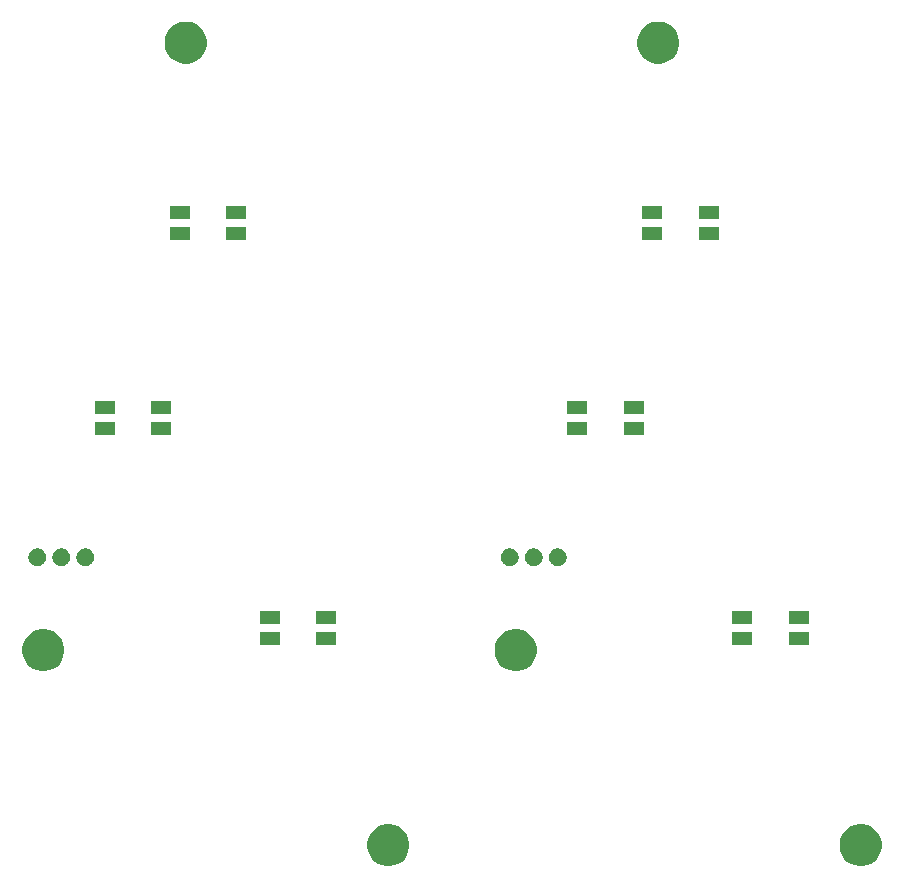
<source format=gbs>
G04 #@! TF.GenerationSoftware,KiCad,Pcbnew,5.0.2-bee76a0~70~ubuntu18.04.1*
G04 #@! TF.CreationDate,2019-06-15T01:55:41+09:00*
G04 #@! TF.ProjectId,shield,73686965-6c64-42e6-9b69-6361645f7063,rev?*
G04 #@! TF.SameCoordinates,Original*
G04 #@! TF.FileFunction,Soldermask,Bot*
G04 #@! TF.FilePolarity,Negative*
%FSLAX46Y46*%
G04 Gerber Fmt 4.6, Leading zero omitted, Abs format (unit mm)*
G04 Created by KiCad (PCBNEW 5.0.2-bee76a0~70~ubuntu18.04.1) date 2019年06月15日 01時55分41秒*
%MOMM*%
%LPD*%
G01*
G04 APERTURE LIST*
%ADD10C,0.100000*%
G04 APERTURE END LIST*
D10*
G36*
X133884170Y-90328364D02*
X134209200Y-90462996D01*
X134501725Y-90658455D01*
X134750488Y-90907218D01*
X134945947Y-91199743D01*
X135080579Y-91524773D01*
X135149213Y-91869823D01*
X135149213Y-92221637D01*
X135080579Y-92566687D01*
X134945947Y-92891717D01*
X134750488Y-93184242D01*
X134501725Y-93433005D01*
X134209200Y-93628464D01*
X133884170Y-93763096D01*
X133539120Y-93831730D01*
X133187306Y-93831730D01*
X132842256Y-93763096D01*
X132517226Y-93628464D01*
X132224701Y-93433005D01*
X131975938Y-93184242D01*
X131780479Y-92891717D01*
X131645847Y-92566687D01*
X131577213Y-92221637D01*
X131577213Y-91869823D01*
X131645847Y-91524773D01*
X131780479Y-91199743D01*
X131975938Y-90907218D01*
X132224701Y-90658455D01*
X132517226Y-90462996D01*
X132842256Y-90328364D01*
X133187306Y-90259730D01*
X133539120Y-90259730D01*
X133884170Y-90328364D01*
X133884170Y-90328364D01*
G37*
G36*
X93879170Y-90328364D02*
X94204200Y-90462996D01*
X94496725Y-90658455D01*
X94745488Y-90907218D01*
X94940947Y-91199743D01*
X95075579Y-91524773D01*
X95144213Y-91869823D01*
X95144213Y-92221637D01*
X95075579Y-92566687D01*
X94940947Y-92891717D01*
X94745488Y-93184242D01*
X94496725Y-93433005D01*
X94204200Y-93628464D01*
X93879170Y-93763096D01*
X93534120Y-93831730D01*
X93182306Y-93831730D01*
X92837256Y-93763096D01*
X92512226Y-93628464D01*
X92219701Y-93433005D01*
X91970938Y-93184242D01*
X91775479Y-92891717D01*
X91640847Y-92566687D01*
X91572213Y-92221637D01*
X91572213Y-91869823D01*
X91640847Y-91524773D01*
X91775479Y-91199743D01*
X91970938Y-90907218D01*
X92219701Y-90658455D01*
X92512226Y-90462996D01*
X92837256Y-90328364D01*
X93182306Y-90259730D01*
X93534120Y-90259730D01*
X93879170Y-90328364D01*
X93879170Y-90328364D01*
G37*
G36*
X64669170Y-73818364D02*
X64994200Y-73952996D01*
X65286725Y-74148455D01*
X65535488Y-74397218D01*
X65730947Y-74689743D01*
X65865579Y-75014773D01*
X65934213Y-75359823D01*
X65934213Y-75711637D01*
X65865579Y-76056687D01*
X65730947Y-76381717D01*
X65535488Y-76674242D01*
X65286725Y-76923005D01*
X64994200Y-77118464D01*
X64669170Y-77253096D01*
X64324120Y-77321730D01*
X63972306Y-77321730D01*
X63627256Y-77253096D01*
X63302226Y-77118464D01*
X63009701Y-76923005D01*
X62760938Y-76674242D01*
X62565479Y-76381717D01*
X62430847Y-76056687D01*
X62362213Y-75711637D01*
X62362213Y-75359823D01*
X62430847Y-75014773D01*
X62565479Y-74689743D01*
X62760938Y-74397218D01*
X63009701Y-74148455D01*
X63302226Y-73952996D01*
X63627256Y-73818364D01*
X63972306Y-73749730D01*
X64324120Y-73749730D01*
X64669170Y-73818364D01*
X64669170Y-73818364D01*
G37*
G36*
X104674170Y-73818364D02*
X104999200Y-73952996D01*
X105291725Y-74148455D01*
X105540488Y-74397218D01*
X105735947Y-74689743D01*
X105870579Y-75014773D01*
X105939213Y-75359823D01*
X105939213Y-75711637D01*
X105870579Y-76056687D01*
X105735947Y-76381717D01*
X105540488Y-76674242D01*
X105291725Y-76923005D01*
X104999200Y-77118464D01*
X104674170Y-77253096D01*
X104329120Y-77321730D01*
X103977306Y-77321730D01*
X103632256Y-77253096D01*
X103307226Y-77118464D01*
X103014701Y-76923005D01*
X102765938Y-76674242D01*
X102570479Y-76381717D01*
X102435847Y-76056687D01*
X102367213Y-75711637D01*
X102367213Y-75359823D01*
X102435847Y-75014773D01*
X102570479Y-74689743D01*
X102765938Y-74397218D01*
X103014701Y-74148455D01*
X103307226Y-73952996D01*
X103632256Y-73818364D01*
X103977306Y-73749730D01*
X104329120Y-73749730D01*
X104674170Y-73818364D01*
X104674170Y-73818364D01*
G37*
G36*
X128981000Y-75086000D02*
X127279000Y-75086000D01*
X127279000Y-73984000D01*
X128981000Y-73984000D01*
X128981000Y-75086000D01*
X128981000Y-75086000D01*
G37*
G36*
X124181000Y-75086000D02*
X122479000Y-75086000D01*
X122479000Y-73984000D01*
X124181000Y-73984000D01*
X124181000Y-75086000D01*
X124181000Y-75086000D01*
G37*
G36*
X84176000Y-75086000D02*
X82474000Y-75086000D01*
X82474000Y-73984000D01*
X84176000Y-73984000D01*
X84176000Y-75086000D01*
X84176000Y-75086000D01*
G37*
G36*
X88976000Y-75086000D02*
X87274000Y-75086000D01*
X87274000Y-73984000D01*
X88976000Y-73984000D01*
X88976000Y-75086000D01*
X88976000Y-75086000D01*
G37*
G36*
X88976000Y-73336000D02*
X87274000Y-73336000D01*
X87274000Y-72234000D01*
X88976000Y-72234000D01*
X88976000Y-73336000D01*
X88976000Y-73336000D01*
G37*
G36*
X124181000Y-73336000D02*
X122479000Y-73336000D01*
X122479000Y-72234000D01*
X124181000Y-72234000D01*
X124181000Y-73336000D01*
X124181000Y-73336000D01*
G37*
G36*
X84176000Y-73336000D02*
X82474000Y-73336000D01*
X82474000Y-72234000D01*
X84176000Y-72234000D01*
X84176000Y-73336000D01*
X84176000Y-73336000D01*
G37*
G36*
X128981000Y-73336000D02*
X127279000Y-73336000D01*
X127279000Y-72234000D01*
X128981000Y-72234000D01*
X128981000Y-73336000D01*
X128981000Y-73336000D01*
G37*
G36*
X103863834Y-66941032D02*
X104000235Y-66997531D01*
X104122992Y-67079555D01*
X104227388Y-67183951D01*
X104309412Y-67306708D01*
X104365911Y-67443109D01*
X104394713Y-67587911D01*
X104394713Y-67735549D01*
X104365911Y-67880351D01*
X104309412Y-68016752D01*
X104227388Y-68139509D01*
X104122992Y-68243905D01*
X104000235Y-68325929D01*
X103863834Y-68382428D01*
X103719032Y-68411230D01*
X103571394Y-68411230D01*
X103426592Y-68382428D01*
X103290191Y-68325929D01*
X103167434Y-68243905D01*
X103063038Y-68139509D01*
X102981014Y-68016752D01*
X102924515Y-67880351D01*
X102895713Y-67735549D01*
X102895713Y-67587911D01*
X102924515Y-67443109D01*
X102981014Y-67306708D01*
X103063038Y-67183951D01*
X103167434Y-67079555D01*
X103290191Y-66997531D01*
X103426592Y-66941032D01*
X103571394Y-66912230D01*
X103719032Y-66912230D01*
X103863834Y-66941032D01*
X103863834Y-66941032D01*
G37*
G36*
X63858834Y-66941032D02*
X63995235Y-66997531D01*
X64117992Y-67079555D01*
X64222388Y-67183951D01*
X64304412Y-67306708D01*
X64360911Y-67443109D01*
X64389713Y-67587911D01*
X64389713Y-67735549D01*
X64360911Y-67880351D01*
X64304412Y-68016752D01*
X64222388Y-68139509D01*
X64117992Y-68243905D01*
X63995235Y-68325929D01*
X63858834Y-68382428D01*
X63714032Y-68411230D01*
X63566394Y-68411230D01*
X63421592Y-68382428D01*
X63285191Y-68325929D01*
X63162434Y-68243905D01*
X63058038Y-68139509D01*
X62976014Y-68016752D01*
X62919515Y-67880351D01*
X62890713Y-67735549D01*
X62890713Y-67587911D01*
X62919515Y-67443109D01*
X62976014Y-67306708D01*
X63058038Y-67183951D01*
X63162434Y-67079555D01*
X63285191Y-66997531D01*
X63421592Y-66941032D01*
X63566394Y-66912230D01*
X63714032Y-66912230D01*
X63858834Y-66941032D01*
X63858834Y-66941032D01*
G37*
G36*
X67922834Y-66941032D02*
X68059235Y-66997531D01*
X68181992Y-67079555D01*
X68286388Y-67183951D01*
X68368412Y-67306708D01*
X68424911Y-67443109D01*
X68453713Y-67587911D01*
X68453713Y-67735549D01*
X68424911Y-67880351D01*
X68368412Y-68016752D01*
X68286388Y-68139509D01*
X68181992Y-68243905D01*
X68059235Y-68325929D01*
X67922834Y-68382428D01*
X67778032Y-68411230D01*
X67630394Y-68411230D01*
X67485592Y-68382428D01*
X67349191Y-68325929D01*
X67226434Y-68243905D01*
X67122038Y-68139509D01*
X67040014Y-68016752D01*
X66983515Y-67880351D01*
X66954713Y-67735549D01*
X66954713Y-67587911D01*
X66983515Y-67443109D01*
X67040014Y-67306708D01*
X67122038Y-67183951D01*
X67226434Y-67079555D01*
X67349191Y-66997531D01*
X67485592Y-66941032D01*
X67630394Y-66912230D01*
X67778032Y-66912230D01*
X67922834Y-66941032D01*
X67922834Y-66941032D01*
G37*
G36*
X65890834Y-66941032D02*
X66027235Y-66997531D01*
X66149992Y-67079555D01*
X66254388Y-67183951D01*
X66336412Y-67306708D01*
X66392911Y-67443109D01*
X66421713Y-67587911D01*
X66421713Y-67735549D01*
X66392911Y-67880351D01*
X66336412Y-68016752D01*
X66254388Y-68139509D01*
X66149992Y-68243905D01*
X66027235Y-68325929D01*
X65890834Y-68382428D01*
X65746032Y-68411230D01*
X65598394Y-68411230D01*
X65453592Y-68382428D01*
X65317191Y-68325929D01*
X65194434Y-68243905D01*
X65090038Y-68139509D01*
X65008014Y-68016752D01*
X64951515Y-67880351D01*
X64922713Y-67735549D01*
X64922713Y-67587911D01*
X64951515Y-67443109D01*
X65008014Y-67306708D01*
X65090038Y-67183951D01*
X65194434Y-67079555D01*
X65317191Y-66997531D01*
X65453592Y-66941032D01*
X65598394Y-66912230D01*
X65746032Y-66912230D01*
X65890834Y-66941032D01*
X65890834Y-66941032D01*
G37*
G36*
X105895834Y-66941032D02*
X106032235Y-66997531D01*
X106154992Y-67079555D01*
X106259388Y-67183951D01*
X106341412Y-67306708D01*
X106397911Y-67443109D01*
X106426713Y-67587911D01*
X106426713Y-67735549D01*
X106397911Y-67880351D01*
X106341412Y-68016752D01*
X106259388Y-68139509D01*
X106154992Y-68243905D01*
X106032235Y-68325929D01*
X105895834Y-68382428D01*
X105751032Y-68411230D01*
X105603394Y-68411230D01*
X105458592Y-68382428D01*
X105322191Y-68325929D01*
X105199434Y-68243905D01*
X105095038Y-68139509D01*
X105013014Y-68016752D01*
X104956515Y-67880351D01*
X104927713Y-67735549D01*
X104927713Y-67587911D01*
X104956515Y-67443109D01*
X105013014Y-67306708D01*
X105095038Y-67183951D01*
X105199434Y-67079555D01*
X105322191Y-66997531D01*
X105458592Y-66941032D01*
X105603394Y-66912230D01*
X105751032Y-66912230D01*
X105895834Y-66941032D01*
X105895834Y-66941032D01*
G37*
G36*
X107927834Y-66941032D02*
X108064235Y-66997531D01*
X108186992Y-67079555D01*
X108291388Y-67183951D01*
X108373412Y-67306708D01*
X108429911Y-67443109D01*
X108458713Y-67587911D01*
X108458713Y-67735549D01*
X108429911Y-67880351D01*
X108373412Y-68016752D01*
X108291388Y-68139509D01*
X108186992Y-68243905D01*
X108064235Y-68325929D01*
X107927834Y-68382428D01*
X107783032Y-68411230D01*
X107635394Y-68411230D01*
X107490592Y-68382428D01*
X107354191Y-68325929D01*
X107231434Y-68243905D01*
X107127038Y-68139509D01*
X107045014Y-68016752D01*
X106988515Y-67880351D01*
X106959713Y-67735549D01*
X106959713Y-67587911D01*
X106988515Y-67443109D01*
X107045014Y-67306708D01*
X107127038Y-67183951D01*
X107231434Y-67079555D01*
X107354191Y-66997531D01*
X107490592Y-66941032D01*
X107635394Y-66912230D01*
X107783032Y-66912230D01*
X107927834Y-66941032D01*
X107927834Y-66941032D01*
G37*
G36*
X75006000Y-57306000D02*
X73304000Y-57306000D01*
X73304000Y-56204000D01*
X75006000Y-56204000D01*
X75006000Y-57306000D01*
X75006000Y-57306000D01*
G37*
G36*
X115011000Y-57306000D02*
X113309000Y-57306000D01*
X113309000Y-56204000D01*
X115011000Y-56204000D01*
X115011000Y-57306000D01*
X115011000Y-57306000D01*
G37*
G36*
X70206000Y-57306000D02*
X68504000Y-57306000D01*
X68504000Y-56204000D01*
X70206000Y-56204000D01*
X70206000Y-57306000D01*
X70206000Y-57306000D01*
G37*
G36*
X110211000Y-57306000D02*
X108509000Y-57306000D01*
X108509000Y-56204000D01*
X110211000Y-56204000D01*
X110211000Y-57306000D01*
X110211000Y-57306000D01*
G37*
G36*
X75006000Y-55556000D02*
X73304000Y-55556000D01*
X73304000Y-54454000D01*
X75006000Y-54454000D01*
X75006000Y-55556000D01*
X75006000Y-55556000D01*
G37*
G36*
X115011000Y-55556000D02*
X113309000Y-55556000D01*
X113309000Y-54454000D01*
X115011000Y-54454000D01*
X115011000Y-55556000D01*
X115011000Y-55556000D01*
G37*
G36*
X110211000Y-55556000D02*
X108509000Y-55556000D01*
X108509000Y-54454000D01*
X110211000Y-54454000D01*
X110211000Y-55556000D01*
X110211000Y-55556000D01*
G37*
G36*
X70206000Y-55556000D02*
X68504000Y-55556000D01*
X68504000Y-54454000D01*
X70206000Y-54454000D01*
X70206000Y-55556000D01*
X70206000Y-55556000D01*
G37*
G36*
X121361000Y-40796000D02*
X119659000Y-40796000D01*
X119659000Y-39694000D01*
X121361000Y-39694000D01*
X121361000Y-40796000D01*
X121361000Y-40796000D01*
G37*
G36*
X116561000Y-40796000D02*
X114859000Y-40796000D01*
X114859000Y-39694000D01*
X116561000Y-39694000D01*
X116561000Y-40796000D01*
X116561000Y-40796000D01*
G37*
G36*
X81356000Y-40796000D02*
X79654000Y-40796000D01*
X79654000Y-39694000D01*
X81356000Y-39694000D01*
X81356000Y-40796000D01*
X81356000Y-40796000D01*
G37*
G36*
X76556000Y-40796000D02*
X74854000Y-40796000D01*
X74854000Y-39694000D01*
X76556000Y-39694000D01*
X76556000Y-40796000D01*
X76556000Y-40796000D01*
G37*
G36*
X76556000Y-39046000D02*
X74854000Y-39046000D01*
X74854000Y-37944000D01*
X76556000Y-37944000D01*
X76556000Y-39046000D01*
X76556000Y-39046000D01*
G37*
G36*
X116561000Y-39046000D02*
X114859000Y-39046000D01*
X114859000Y-37944000D01*
X116561000Y-37944000D01*
X116561000Y-39046000D01*
X116561000Y-39046000D01*
G37*
G36*
X81356000Y-39046000D02*
X79654000Y-39046000D01*
X79654000Y-37944000D01*
X81356000Y-37944000D01*
X81356000Y-39046000D01*
X81356000Y-39046000D01*
G37*
G36*
X121361000Y-39046000D02*
X119659000Y-39046000D01*
X119659000Y-37944000D01*
X121361000Y-37944000D01*
X121361000Y-39046000D01*
X121361000Y-39046000D01*
G37*
G36*
X76734170Y-22383364D02*
X77059200Y-22517996D01*
X77351725Y-22713455D01*
X77600488Y-22962218D01*
X77795947Y-23254743D01*
X77930579Y-23579773D01*
X77999213Y-23924823D01*
X77999213Y-24276637D01*
X77930579Y-24621687D01*
X77795947Y-24946717D01*
X77600488Y-25239242D01*
X77351725Y-25488005D01*
X77059200Y-25683464D01*
X76734170Y-25818096D01*
X76389120Y-25886730D01*
X76037306Y-25886730D01*
X75692256Y-25818096D01*
X75367226Y-25683464D01*
X75074701Y-25488005D01*
X74825938Y-25239242D01*
X74630479Y-24946717D01*
X74495847Y-24621687D01*
X74427213Y-24276637D01*
X74427213Y-23924823D01*
X74495847Y-23579773D01*
X74630479Y-23254743D01*
X74825938Y-22962218D01*
X75074701Y-22713455D01*
X75367226Y-22517996D01*
X75692256Y-22383364D01*
X76037306Y-22314730D01*
X76389120Y-22314730D01*
X76734170Y-22383364D01*
X76734170Y-22383364D01*
G37*
G36*
X116739170Y-22383364D02*
X117064200Y-22517996D01*
X117356725Y-22713455D01*
X117605488Y-22962218D01*
X117800947Y-23254743D01*
X117935579Y-23579773D01*
X118004213Y-23924823D01*
X118004213Y-24276637D01*
X117935579Y-24621687D01*
X117800947Y-24946717D01*
X117605488Y-25239242D01*
X117356725Y-25488005D01*
X117064200Y-25683464D01*
X116739170Y-25818096D01*
X116394120Y-25886730D01*
X116042306Y-25886730D01*
X115697256Y-25818096D01*
X115372226Y-25683464D01*
X115079701Y-25488005D01*
X114830938Y-25239242D01*
X114635479Y-24946717D01*
X114500847Y-24621687D01*
X114432213Y-24276637D01*
X114432213Y-23924823D01*
X114500847Y-23579773D01*
X114635479Y-23254743D01*
X114830938Y-22962218D01*
X115079701Y-22713455D01*
X115372226Y-22517996D01*
X115697256Y-22383364D01*
X116042306Y-22314730D01*
X116394120Y-22314730D01*
X116739170Y-22383364D01*
X116739170Y-22383364D01*
G37*
M02*

</source>
